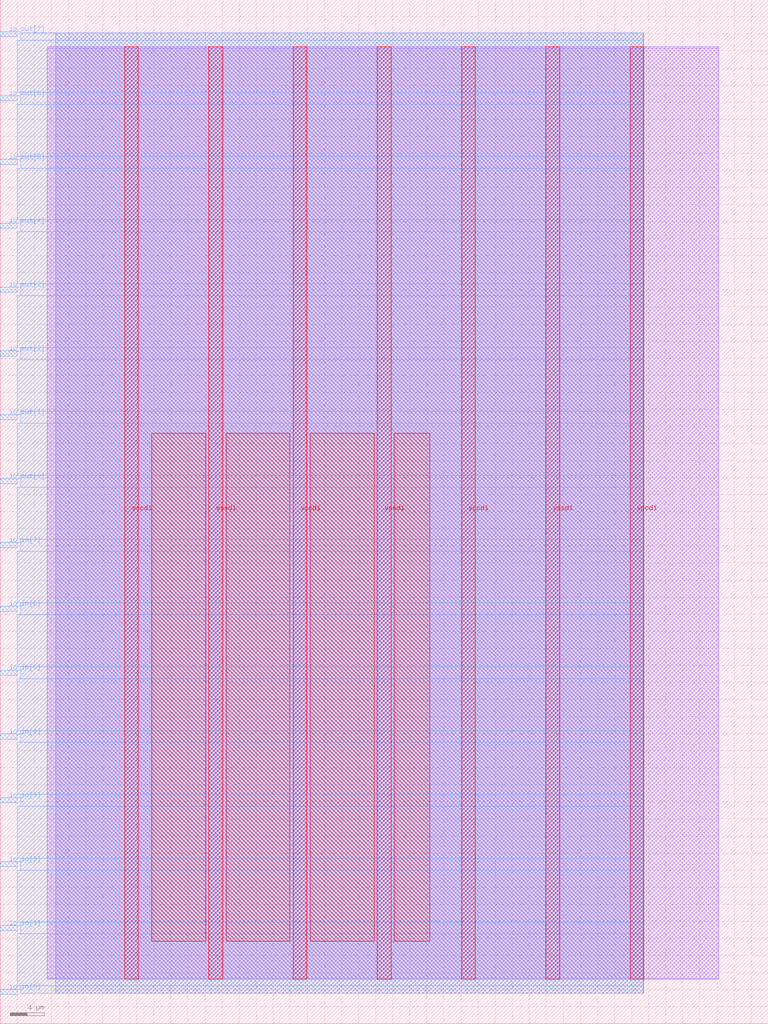
<source format=lef>
VERSION 5.7 ;
  NOWIREEXTENSIONATPIN ON ;
  DIVIDERCHAR "/" ;
  BUSBITCHARS "[]" ;
MACRO mbikovitsky_top
  CLASS BLOCK ;
  FOREIGN mbikovitsky_top ;
  ORIGIN 0.000 0.000 ;
  SIZE 90.000 BY 120.000 ;
  PIN io_in[0]
    DIRECTION INPUT ;
    USE SIGNAL ;
    PORT
      LAYER met3 ;
        RECT 0.000 3.440 2.000 4.040 ;
    END
  END io_in[0]
  PIN io_in[1]
    DIRECTION INPUT ;
    USE SIGNAL ;
    PORT
      LAYER met3 ;
        RECT 0.000 10.920 2.000 11.520 ;
    END
  END io_in[1]
  PIN io_in[2]
    DIRECTION INPUT ;
    USE SIGNAL ;
    PORT
      LAYER met3 ;
        RECT 0.000 18.400 2.000 19.000 ;
    END
  END io_in[2]
  PIN io_in[3]
    DIRECTION INPUT ;
    USE SIGNAL ;
    PORT
      LAYER met3 ;
        RECT 0.000 25.880 2.000 26.480 ;
    END
  END io_in[3]
  PIN io_in[4]
    DIRECTION INPUT ;
    USE SIGNAL ;
    PORT
      LAYER met3 ;
        RECT 0.000 33.360 2.000 33.960 ;
    END
  END io_in[4]
  PIN io_in[5]
    DIRECTION INPUT ;
    USE SIGNAL ;
    PORT
      LAYER met3 ;
        RECT 0.000 40.840 2.000 41.440 ;
    END
  END io_in[5]
  PIN io_in[6]
    DIRECTION INPUT ;
    USE SIGNAL ;
    PORT
      LAYER met3 ;
        RECT 0.000 48.320 2.000 48.920 ;
    END
  END io_in[6]
  PIN io_in[7]
    DIRECTION INPUT ;
    USE SIGNAL ;
    PORT
      LAYER met3 ;
        RECT 0.000 55.800 2.000 56.400 ;
    END
  END io_in[7]
  PIN io_out[0]
    DIRECTION OUTPUT TRISTATE ;
    USE SIGNAL ;
    PORT
      LAYER met3 ;
        RECT 0.000 63.280 2.000 63.880 ;
    END
  END io_out[0]
  PIN io_out[1]
    DIRECTION OUTPUT TRISTATE ;
    USE SIGNAL ;
    PORT
      LAYER met3 ;
        RECT 0.000 70.760 2.000 71.360 ;
    END
  END io_out[1]
  PIN io_out[2]
    DIRECTION OUTPUT TRISTATE ;
    USE SIGNAL ;
    PORT
      LAYER met3 ;
        RECT 0.000 78.240 2.000 78.840 ;
    END
  END io_out[2]
  PIN io_out[3]
    DIRECTION OUTPUT TRISTATE ;
    USE SIGNAL ;
    PORT
      LAYER met3 ;
        RECT 0.000 85.720 2.000 86.320 ;
    END
  END io_out[3]
  PIN io_out[4]
    DIRECTION OUTPUT TRISTATE ;
    USE SIGNAL ;
    PORT
      LAYER met3 ;
        RECT 0.000 93.200 2.000 93.800 ;
    END
  END io_out[4]
  PIN io_out[5]
    DIRECTION OUTPUT TRISTATE ;
    USE SIGNAL ;
    PORT
      LAYER met3 ;
        RECT 0.000 100.680 2.000 101.280 ;
    END
  END io_out[5]
  PIN io_out[6]
    DIRECTION OUTPUT TRISTATE ;
    USE SIGNAL ;
    PORT
      LAYER met3 ;
        RECT 0.000 108.160 2.000 108.760 ;
    END
  END io_out[6]
  PIN io_out[7]
    DIRECTION OUTPUT TRISTATE ;
    USE SIGNAL ;
    PORT
      LAYER met3 ;
        RECT 0.000 115.640 2.000 116.240 ;
    END
  END io_out[7]
  PIN vccd1
    DIRECTION INOUT ;
    USE POWER ;
    PORT
      LAYER met4 ;
        RECT 14.590 5.200 16.190 114.480 ;
    END
    PORT
      LAYER met4 ;
        RECT 34.330 5.200 35.930 114.480 ;
    END
    PORT
      LAYER met4 ;
        RECT 54.070 5.200 55.670 114.480 ;
    END
    PORT
      LAYER met4 ;
        RECT 73.810 5.200 75.410 114.480 ;
    END
  END vccd1
  PIN vssd1
    DIRECTION INOUT ;
    USE GROUND ;
    PORT
      LAYER met4 ;
        RECT 24.460 5.200 26.060 114.480 ;
    END
    PORT
      LAYER met4 ;
        RECT 44.200 5.200 45.800 114.480 ;
    END
    PORT
      LAYER met4 ;
        RECT 63.940 5.200 65.540 114.480 ;
    END
  END vssd1
  OBS
      LAYER li1 ;
        RECT 5.520 5.355 84.180 114.325 ;
      LAYER met1 ;
        RECT 5.520 5.200 84.180 114.480 ;
      LAYER met2 ;
        RECT 6.530 3.555 75.380 116.125 ;
      LAYER met3 ;
        RECT 2.400 115.240 75.400 116.105 ;
        RECT 2.000 109.160 75.400 115.240 ;
        RECT 2.400 107.760 75.400 109.160 ;
        RECT 2.000 101.680 75.400 107.760 ;
        RECT 2.400 100.280 75.400 101.680 ;
        RECT 2.000 94.200 75.400 100.280 ;
        RECT 2.400 92.800 75.400 94.200 ;
        RECT 2.000 86.720 75.400 92.800 ;
        RECT 2.400 85.320 75.400 86.720 ;
        RECT 2.000 79.240 75.400 85.320 ;
        RECT 2.400 77.840 75.400 79.240 ;
        RECT 2.000 71.760 75.400 77.840 ;
        RECT 2.400 70.360 75.400 71.760 ;
        RECT 2.000 64.280 75.400 70.360 ;
        RECT 2.400 62.880 75.400 64.280 ;
        RECT 2.000 56.800 75.400 62.880 ;
        RECT 2.400 55.400 75.400 56.800 ;
        RECT 2.000 49.320 75.400 55.400 ;
        RECT 2.400 47.920 75.400 49.320 ;
        RECT 2.000 41.840 75.400 47.920 ;
        RECT 2.400 40.440 75.400 41.840 ;
        RECT 2.000 34.360 75.400 40.440 ;
        RECT 2.400 32.960 75.400 34.360 ;
        RECT 2.000 26.880 75.400 32.960 ;
        RECT 2.400 25.480 75.400 26.880 ;
        RECT 2.000 19.400 75.400 25.480 ;
        RECT 2.400 18.000 75.400 19.400 ;
        RECT 2.000 11.920 75.400 18.000 ;
        RECT 2.400 10.520 75.400 11.920 ;
        RECT 2.000 4.440 75.400 10.520 ;
        RECT 2.400 3.575 75.400 4.440 ;
      LAYER met4 ;
        RECT 17.775 9.695 24.060 69.185 ;
        RECT 26.460 9.695 33.930 69.185 ;
        RECT 36.330 9.695 43.800 69.185 ;
        RECT 46.200 9.695 50.305 69.185 ;
  END
END mbikovitsky_top
END LIBRARY


</source>
